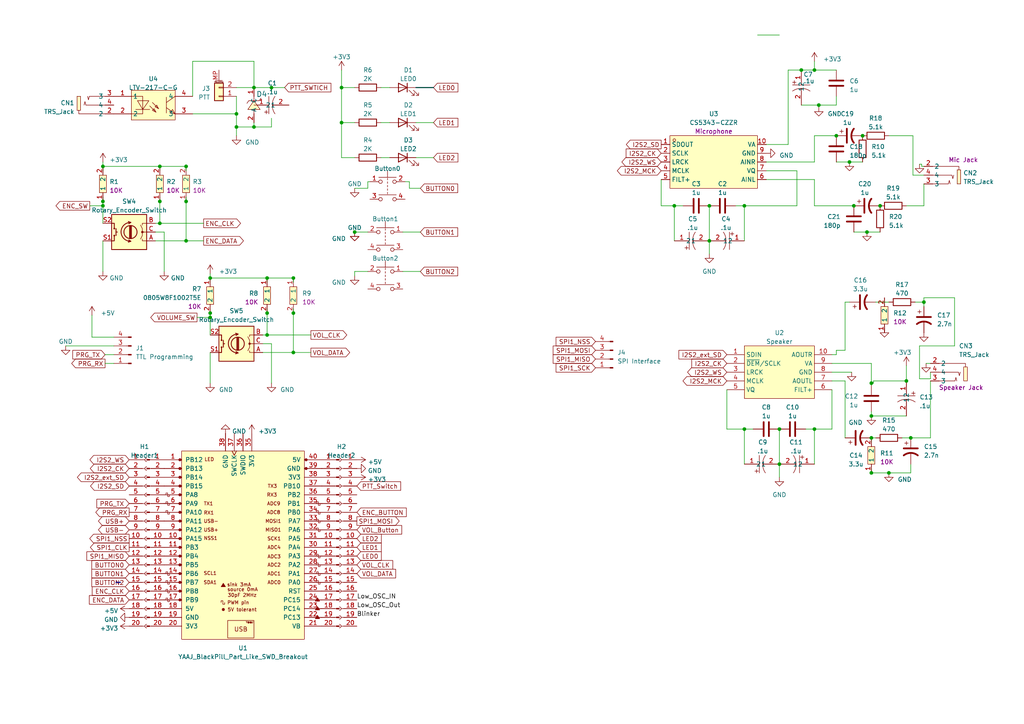
<source format=kicad_sch>
(kicad_sch (version 20230121) (generator eeschema)
  (paper "A4")
  (title_block (title "turning-pcb-knob-project") (date "2023-06-05") (rev "A") (company "KD9LSV"))
  (junction (at 252.73 127))
  (junction (at 53.975 48.26))
  (junction (at 226.06 134.62))
  (junction (at 46.355 58.42))
  (junction (at 250.19 39.37))
  (junction (at 60.96 90.805))
  (junction (at 60.96 80.645))
  (junction (at 237.49 30.48))
  (junction (at 85.09 90.805))
  (junction (at 46.355 48.26))
  (junction (at 251.46 67.31))
  (junction (at 85.09 80.645))
  (junction (at 255.27 59.69))
  (junction (at 77.47 80.645))
  (junction (at 46.355 64.77))
  (junction (at 53.975 69.85))
  (junction (at 246.38 46.99))
  (junction (at 252.73 120.65))
  (junction (at 53.975 58.42))
  (junction (at 102.87 67.31))
  (junction (at 262.89 110.49))
  (junction (at 236.22 124.46))
  (junction (at 29.845 58.42))
  (junction (at 68.58 33.02))
  (junction (at 242.57 39.37))
  (junction (at 85.09 102.235))
  (junction (at 60.96 92.075))
  (junction (at 215.9 59.69))
  (junction (at 215.9 124.46))
  (junction (at 68.58 36.83))
  (junction (at 257.81 137.16))
  (junction (at 78.74 25.4))
  (junction (at 236.22 20.32))
  (junction (at 29.845 59.69))
  (junction (at 205.74 59.69))
  (junction (at 252.73 137.16))
  (junction (at 77.47 97.155))
  (junction (at 252.73 111.125))
  (junction (at 73.66 36.83))
  (junction (at 73.66 25.4))
  (junction (at 232.41 20.32))
  (junction (at 205.74 69.85))
  (junction (at 99.06 25.4))
  (junction (at 99.06 35.56))
  (junction (at 226.06 124.46))
  (junction (at 264.16 127))
  (junction (at 195.58 59.69))
  (junction (at 267.97 87.63))
  (junction (at 247.65 59.69))
  (junction (at 29.845 48.26))
  (junction (at 77.47 90.805))
  (wire (pts (xy 191.77 59.69) (xy 195.58 59.69)))
  (wire (pts (xy 215.9 124.46) (xy 218.44 124.46)))
  (wire (pts (xy 252.73 120.65) (xy 252.73 119.38)))
  (wire (pts (xy 276.86 86.36) (xy 276.86 100.33)))
  (wire (pts (xy 60.96 97.155) (xy 60.96 92.075)))
  (wire (pts (xy 266.7 109.855) (xy 269.875 109.855)))
  (wire (pts (xy 46.355 64.77) (xy 59.055 64.77)))
  (wire (pts (xy 257.81 137.16) (xy 252.73 137.16)))
  (wire (pts (xy 252.73 120.65) (xy 262.89 120.65)))
  (wire (pts (xy 60.96 90.805) (xy 60.96 89.535)))
  (wire (pts (xy 85.09 90.805) (xy 85.09 102.235)))
  (wire (pts (xy 267.335 47.625) (xy 267.335 48.26)))
  (wire (pts (xy 264.16 134.62) (xy 264.16 137.16)))
  (wire (pts (xy 68.58 36.83) (xy 68.58 39.37)))
  (wire (pts (xy 264.795 39.37) (xy 264.795 50.8)))
  (wire (pts (xy 228.6 20.32) (xy 232.41 20.32)))
  (wire (pts (xy 106.68 54.61) (xy 102.87 54.61)))
  (wire (pts (xy 231.14 49.53) (xy 222.25 49.53)))
  (wire (pts (xy 99.06 35.56) (xy 102.87 35.56)))
  (wire (pts (xy 191.77 52.07) (xy 191.77 59.69)))
  (wire (pts (xy 60.96 79.375) (xy 60.96 80.645)))
  (wire (pts (xy 53.975 69.85) (xy 59.055 69.85)))
  (wire (pts (xy 252.73 105.41) (xy 252.73 111.125)))
  (wire (pts (xy 33.02 100.33) (xy 19.05 100.33)))
  (wire (pts (xy 76.2 99.695) (xy 78.74 99.695)))
  (wire (pts (xy 29.845 48.26) (xy 29.845 49.53)))
  (wire (pts (xy 236.22 134.62) (xy 236.22 124.46)))
  (wire (pts (xy 269.875 109.855) (xy 269.875 107.95)))
  (wire (pts (xy 78.74 99.695) (xy 78.74 111.125)))
  (wire (pts (xy 53.975 58.42) (xy 53.975 69.85)))
  (wire (pts (xy 215.9 134.62) (xy 215.9 124.46)))
  (wire (pts (xy 205.74 69.85) (xy 205.74 73.66)))
  (wire (pts (xy 236.22 20.32) (xy 242.57 20.32)))
  (bus (pts (xy 33.655 168.91) (xy 34.925 168.91)))
  (wire (pts (xy 195.58 59.69) (xy 198.12 59.69)))
  (wire (pts (xy 252.73 111.125) (xy 252.73 111.76)))
  (wire (pts (xy 106.68 52.705) (xy 107.315 52.705)))
  (wire (pts (xy 118.745 54.61) (xy 121.92 54.61)))
  (wire (pts (xy 195.58 69.85) (xy 195.58 59.69)))
  (wire (pts (xy 26.035 59.69) (xy 29.845 59.69)))
  (wire (pts (xy 110.49 25.4) (xy 113.03 25.4)))
  (wire (pts (xy 253.365 110.49) (xy 253.365 111.125)))
  (wire (pts (xy 268.605 105.41) (xy 269.875 105.41)))
  (wire (pts (xy 106.68 78.74) (xy 102.87 78.74)))
  (wire (pts (xy 99.06 35.56) (xy 99.06 25.4)))
  (wire (pts (xy 29.845 48.26) (xy 46.355 48.26)))
  (wire (pts (xy 46.355 57.15) (xy 46.355 58.42)))
  (wire (pts (xy 99.06 25.4) (xy 102.87 25.4)))
  (wire (pts (xy 205.74 59.69) (xy 205.74 69.85)))
  (wire (pts (xy 266.7 100.33) (xy 266.7 109.855)))
  (wire (pts (xy 77.47 97.155) (xy 76.2 97.155)))
  (wire (pts (xy 118.745 52.705) (xy 118.745 54.61)))
  (wire (pts (xy 242.57 101.6) (xy 242.57 102.87)))
  (wire (pts (xy 45.085 67.31) (xy 47.625 67.31)))
  (wire (pts (xy 241.3 110.49) (xy 245.11 110.49)))
  (wire (pts (xy 254 87.63) (xy 257.81 87.63)))
  (wire (pts (xy 77.47 89.535) (xy 77.47 90.805)))
  (wire (pts (xy 99.06 45.72) (xy 102.87 45.72)))
  (wire (pts (xy 257.81 39.37) (xy 264.795 39.37)))
  (wire (pts (xy 68.58 33.02) (xy 68.58 36.83)))
  (wire (pts (xy 116.84 67.31) (xy 121.92 67.31)))
  (wire (pts (xy 236.22 46.99) (xy 236.22 39.37)))
  (wire (pts (xy 120.65 25.4) (xy 125.73 25.4)))
  (wire (pts (xy 73.66 25.4) (xy 78.74 25.4)))
  (wire (pts (xy 241.3 113.03) (xy 241.3 124.46)))
  (wire (pts (xy 30.48 105.41) (xy 33.02 105.41)))
  (wire (pts (xy 47.625 67.31) (xy 47.625 78.74)))
  (wire (pts (xy 213.36 59.69) (xy 215.9 59.69)))
  (wire (pts (xy 251.46 67.31) (xy 247.65 67.31)))
  (wire (pts (xy 226.06 124.46) (xy 226.06 134.62)))
  (wire (pts (xy 120.65 35.56) (xy 125.73 35.56)))
  (wire (pts (xy 269.875 127) (xy 269.875 110.49)))
  (wire (pts (xy 117.475 52.705) (xy 118.745 52.705)))
  (wire (pts (xy 60.96 80.645) (xy 77.47 80.645)))
  (wire (pts (xy 53.975 48.26) (xy 53.975 49.53)))
  (wire (pts (xy 78.74 25.4) (xy 78.74 26.67)))
  (wire (pts (xy 46.355 58.42) (xy 46.355 64.77)))
  (wire (pts (xy 222.25 46.99) (xy 236.22 46.99)))
  (wire (pts (xy 267.97 88.9) (xy 267.97 87.63)))
  (wire (pts (xy 85.09 89.535) (xy 85.09 90.805)))
  (wire (pts (xy 236.22 39.37) (xy 242.57 39.37)))
  (wire (pts (xy 57.15 92.075) (xy 60.96 92.075)))
  (wire (pts (xy 236.22 124.46) (xy 241.3 124.46)))
  (wire (pts (xy 265.43 87.63) (xy 267.97 87.63)))
  (wire (pts (xy 226.06 134.62) (xy 226.06 138.43)))
  (wire (pts (xy 85.09 80.645) (xy 85.09 81.915)))
  (wire (pts (xy 241.3 102.87) (xy 242.57 102.87)))
  (wire (pts (xy 267.97 86.36) (xy 267.97 87.63)))
  (wire (pts (xy 116.84 78.74) (xy 121.92 78.74)))
  (wire (pts (xy 232.41 20.32) (xy 236.22 20.32)))
  (wire (pts (xy 262.89 59.69) (xy 267.97 59.69)))
  (wire (pts (xy 45.085 69.85) (xy 53.975 69.85)))
  (wire (pts (xy 26.67 97.79) (xy 26.67 91.44)))
  (wire (pts (xy 55.88 33.02) (xy 68.58 33.02)))
  (wire (pts (xy 246.38 46.99) (xy 242.57 46.99)))
  (wire (pts (xy 245.11 110.49) (xy 245.11 127)))
  (wire (pts (xy 60.96 102.235) (xy 60.96 111.125)))
  (wire (pts (xy 252.73 127) (xy 252.73 128.27)))
  (wire (pts (xy 77.47 80.645) (xy 85.09 80.645)))
  (wire (pts (xy 33.02 102.87) (xy 30.48 102.87)))
  (wire (pts (xy 210.82 124.46) (xy 215.9 124.46)))
  (wire (pts (xy 245.11 87.63) (xy 246.38 87.63)))
  (wire (pts (xy 77.47 90.805) (xy 77.47 97.155)))
  (wire (pts (xy 102.87 78.74) (xy 102.87 80.01)))
  (wire (pts (xy 232.41 30.48) (xy 237.49 30.48)))
  (wire (pts (xy 267.97 86.36) (xy 276.86 86.36)))
  (wire (pts (xy 77.47 97.155) (xy 90.17 97.155)))
  (wire (pts (xy 231.14 59.69) (xy 231.14 49.53)))
  (wire (pts (xy 73.66 17.78) (xy 73.66 25.4)))
  (wire (pts (xy 106.68 67.31) (xy 102.87 67.31)))
  (wire (pts (xy 267.335 48.26) (xy 267.97 48.26)))
  (wire (pts (xy 253.365 111.125) (xy 252.73 111.125)))
  (wire (pts (xy 55.88 17.78) (xy 55.88 27.94)))
  (wire (pts (xy 46.355 49.53) (xy 46.355 48.26)))
  (wire (pts (xy 276.86 100.33) (xy 266.7 100.33)))
  (wire (pts (xy 99.06 20.32) (xy 99.06 25.4)))
  (wire (pts (xy 237.49 31.115) (xy 237.49 30.48)))
  (wire (pts (xy 266.7 47.625) (xy 267.335 47.625)))
  (wire (pts (xy 267.97 59.69) (xy 267.97 53.34)))
  (wire (pts (xy 68.58 25.4) (xy 73.66 25.4)))
  (wire (pts (xy 261.62 127) (xy 264.16 127)))
  (wire (pts (xy 264.16 127) (xy 269.875 127)))
  (wire (pts (xy 73.66 36.83) (xy 78.74 36.83)))
  (wire (pts (xy 33.02 97.79) (xy 26.67 97.79)))
  (wire (pts (xy 73.66 36.83) (xy 68.58 36.83)))
  (wire (pts (xy 46.355 48.26) (xy 53.975 48.26)))
  (wire (pts (xy 262.89 106.045) (xy 262.89 110.49)))
  (wire (pts (xy 215.9 59.69) (xy 231.14 59.69)))
  (wire (pts (xy 73.66 17.78) (xy 55.88 17.78)))
  (wire (pts (xy 29.845 64.77) (xy 29.845 59.69)))
  (wire (pts (xy 85.09 102.235) (xy 90.17 102.235)))
  (wire (pts (xy 236.22 59.69) (xy 236.22 52.07)))
  (wire (pts (xy 77.47 81.915) (xy 77.47 80.645)))
  (wire (pts (xy 262.89 110.49) (xy 253.365 110.49)))
  (wire (pts (xy 29.845 58.42) (xy 29.845 57.15)))
  (wire (pts (xy 219.71 10.16) (xy 226.06 10.16)))
  (wire (pts (xy 237.49 30.48) (xy 242.57 30.48)))
  (wire (pts (xy 252.73 127) (xy 254 127)))
  (wire (pts (xy 241.3 105.41) (xy 252.73 105.41)))
  (wire (pts (xy 53.975 57.15) (xy 53.975 58.42)))
  (wire (pts (xy 78.74 34.29) (xy 78.74 36.83)))
  (wire (pts (xy 29.845 46.99) (xy 29.845 48.26)))
  (wire (pts (xy 255.27 67.31) (xy 251.46 67.31)))
  (wire (pts (xy 73.66 35.56) (xy 73.66 36.83)))
  (wire (pts (xy 99.06 35.56) (xy 99.06 45.72)))
  (bus (pts (xy 120.65 25.4) (xy 125.73 25.4)))
  (wire (pts (xy 264.795 50.8) (xy 267.97 50.8)))
  (wire (pts (xy 250.19 46.99) (xy 246.38 46.99)))
  (wire (pts (xy 228.6 20.32) (xy 228.6 41.91)))
  (wire (pts (xy 241.3 107.95) (xy 247.015 107.95)))
  (wire (pts (xy 242.57 101.6) (xy 245.11 101.6)))
  (wire (pts (xy 110.49 45.72) (xy 113.03 45.72)))
  (wire (pts (xy 210.82 113.03) (xy 210.82 124.46)))
  (wire (pts (xy 82.55 25.4) (xy 78.74 25.4)))
  (wire (pts (xy 60.96 92.075) (xy 60.96 90.805)))
  (wire (pts (xy 29.845 69.85) (xy 29.845 78.74)))
  (wire (pts (xy 222.25 52.07) (xy 236.22 52.07)))
  (wire (pts (xy 264.16 137.16) (xy 257.81 137.16)))
  (wire (pts (xy 215.9 69.85) (xy 215.9 59.69)))
  (wire (pts (xy 228.6 41.91) (xy 222.25 41.91)))
  (wire (pts (xy 125.73 45.72) (xy 120.65 45.72)))
  (wire (pts (xy 242.57 30.48) (xy 242.57 27.94)))
  (wire (pts (xy 76.2 102.235) (xy 85.09 102.235)))
  (wire (pts (xy 236.22 59.69) (xy 247.65 59.69)))
  (wire (pts (xy 245.11 101.6) (xy 245.11 87.63)))
  (wire (pts (xy 236.22 17.78) (xy 236.22 20.32)))
  (wire (pts (xy 236.22 124.46) (xy 233.68 124.46)))
  (wire (pts (xy 106.68 52.705) (xy 106.68 54.61)))
  (wire (pts (xy 60.96 80.645) (xy 60.96 81.915)))
  (wire (pts (xy 68.58 27.94) (xy 68.58 33.02)))
  (wire (pts (xy 46.355 64.77) (xy 45.085 64.77)))
  (wire (pts (xy 110.49 35.56) (xy 113.03 35.56)))
  (wire (pts (xy 29.845 59.69) (xy 29.845 58.42)))
  (wire (pts (xy 252.73 137.16) (xy 252.73 135.89)))
  (label "Low_OSC_IN" (at 103.505 173.99 0))
  (label "Low_OSC_Out" (at 103.505 176.53 0))
  (label "Blinker" (at 103.505 179.07 0))
  (global_label "SPI1_MISO" (shape input) (at 172.72 104.14 180) (property "Intersheetrefs" "${INTERSHEET_REFS}" (effects hide)))
  (global_label "PTT_SWTICH" (shape input) (at 82.55 25.4 0) (property "Intersheetrefs" "${INTERSHEET_REFS}" (effects hide)))
  (global_label "LED1" (shape input) (at 125.73 35.56 0) (property "Intersheetrefs" "${INTERSHEET_REFS}" (effects hide)))
  (global_label "I2S2_ext_SD" (shape input) (at 210.82 102.87 180) (property "Intersheetrefs" "${INTERSHEET_REFS}" (effects hide)))
  (global_label "LED2" (shape input) (at 103.505 156.21 0) (property "Intersheetrefs" "${INTERSHEET_REFS}" (effects hide)))
  (global_label "I2S2_WS" (shape bidirectional) (at 37.465 133.35 180) (property "Intersheetrefs" "${INTERSHEET_REFS}" (effects hide)))
  (global_label "SPI1_MISO" (shape input) (at 37.465 161.29 180) (property "Intersheetrefs" "${INTERSHEET_REFS}" (effects hide)))
  (global_label "ENC_DATA" (shape input) (at 37.465 173.99 180) (property "Intersheetrefs" "${INTERSHEET_REFS}" (effects hide)))
  (global_label "BUTTON0" (shape input) (at 121.92 54.61 0) (property "Intersheetrefs" "${INTERSHEET_REFS}" (effects hide)))
  (global_label "I2S2_SD" (shape bidirectional) (at 37.465 140.97 180) (property "Intersheetrefs" "${INTERSHEET_REFS}" (effects hide)))
  (global_label "I2S2_SD" (shape output) (at 191.77 41.91 180) (property "Intersheetrefs" "${INTERSHEET_REFS}" (effects hide)))
  (global_label "USB-" (shape bidirectional) (at 37.465 153.67 180) (property "Intersheetrefs" "${INTERSHEET_REFS}" (effects hide)))
  (global_label "PTT_Switch" (shape input) (at 103.505 140.97 0) (property "Intersheetrefs" "${INTERSHEET_REFS}" (effects hide)))
  (global_label "ENC_CLK" (shape output) (at 59.055 64.77 0) (property "Intersheetrefs" "${INTERSHEET_REFS}" (effects hide)))
  (global_label "BUTTON2" (shape input) (at 37.465 168.91 180) (property "Intersheetrefs" "${INTERSHEET_REFS}" (effects hide)))
  (global_label "VOL_CLK" (shape input) (at 103.505 163.83 0) (property "Intersheetrefs" "${INTERSHEET_REFS}" (effects hide)))
  (global_label "SPI1_NSS" (shape input) (at 172.72 99.06 180) (property "Intersheetrefs" "${INTERSHEET_REFS}" (effects hide)))
  (global_label "SPI1_CLK" (shape output) (at 37.465 158.75 180) (property "Intersheetrefs" "${INTERSHEET_REFS}" (effects hide)))
  (global_label "I2S2_CK" (shape input) (at 191.77 44.45 180) (property "Intersheetrefs" "${INTERSHEET_REFS}" (effects hide)))
  (global_label "LED0" (shape input) (at 125.73 25.4 0) (property "Intersheetrefs" "${INTERSHEET_REFS}" (effects hide)))
  (global_label "VOL_DATA" (shape output) (at 90.17 102.235 0) (property "Intersheetrefs" "${INTERSHEET_REFS}" (effects hide)))
  (global_label "ENC_BUTTON" (shape input) (at 103.505 148.59 0) (property "Intersheetrefs" "${INTERSHEET_REFS}" (effects hide)))
  (global_label "LED0" (shape input) (at 103.505 161.29 0) (property "Intersheetrefs" "${INTERSHEET_REFS}" (effects hide)))
  (global_label "VOLUME_SW" (shape output) (at 57.15 92.075 180) (property "Intersheetrefs" "${INTERSHEET_REFS}" (effects hide)))
  (global_label "I2S2_MCK" (shape bidirectional) (at 210.82 110.49 180) (property "Intersheetrefs" "${INTERSHEET_REFS}" (effects hide)))
  (global_label "I2S2_CK" (shape input) (at 210.82 105.41 180) (property "Intersheetrefs" "${INTERSHEET_REFS}" (effects hide)))
  (global_label "PRG_RX" (shape output) (at 37.465 148.59 180) (property "Intersheetrefs" "${INTERSHEET_REFS}" (effects hide)))
  (global_label "SPI1_SCK" (shape input) (at 172.72 106.68 180) (property "Intersheetrefs" "${INTERSHEET_REFS}" (effects hide)))
  (global_label "SPI1_NSS" (shape output) (at 37.465 156.21 180) (property "Intersheetrefs" "${INTERSHEET_REFS}" (effects hide)))
  (global_label "PRG_RX" (shape output) (at 30.48 105.41 180) (property "Intersheetrefs" "${INTERSHEET_REFS}" (effects hide)))
  (global_label "LED1" (shape input) (at 103.505 158.75 0) (property "Intersheetrefs" "${INTERSHEET_REFS}" (effects hide)))
  (global_label "USB+" (shape bidirectional) (at 37.465 151.13 180) (property "Intersheetrefs" "${INTERSHEET_REFS}" (effects hide)))
  (global_label "VOL_DATA" (shape input) (at 103.505 166.37 0) (property "Intersheetrefs" "${INTERSHEET_REFS}" (effects hide)))
  (global_label "ENC_CLK" (shape input) (at 37.465 171.45 180) (property "Intersheetrefs" "${INTERSHEET_REFS}" (effects hide)))
  (global_label "VOL_CLK" (shape output) (at 90.17 97.155 0) (property "Intersheetrefs" "${INTERSHEET_REFS}" (effects hide)))
  (global_label "I2S2_WS" (shape bidirectional) (at 191.77 46.99 180) (property "Intersheetrefs" "${INTERSHEET_REFS}" (effects hide)))
  (global_label "BUTTON2" (shape input) (at 121.92 78.74 0) (property "Intersheetrefs" "${INTERSHEET_REFS}" (effects hide)))
  (global_label "I2S2_WS" (shape bidirectional) (at 210.82 107.95 180) (property "Intersheetrefs" "${INTERSHEET_REFS}" (effects hide)))
  (global_label "ENC_DATA" (shape output) (at 59.055 69.85 0) (property "Intersheetrefs" "${INTERSHEET_REFS}" (effects hide)))
  (global_label "I2S2_MCK" (shape bidirectional) (at 191.77 49.53 180) (property "Intersheetrefs" "${INTERSHEET_REFS}" (effects hide)))
  (global_label "LED2" (shape input) (at 125.73 45.72 0) (property "Intersheetrefs" "${INTERSHEET_REFS}" (effects hide)))
  (global_label "BUTTON0" (shape input) (at 37.465 163.83 180) (property "Intersheetrefs" "${INTERSHEET_REFS}" (effects hide)))
  (global_label "SPI1_MOSI" (shape output) (at 103.505 151.13 0) (property "Intersheetrefs" "${INTERSHEET_REFS}" (effects hide)))
  (global_label "SPI1_MOSI" (shape input) (at 172.72 101.6 180) (property "Intersheetrefs" "${INTERSHEET_REFS}" (effects hide)))
  (global_label "VOL_Button" (shape input) (at 103.505 153.67 0) (property "Intersheetrefs" "${INTERSHEET_REFS}" (effects hide)))
  (global_label "PRG_TX" (shape input) (at 30.48 102.87 180) (property "Intersheetrefs" "${INTERSHEET_REFS}" (effects hide)))
  (global_label "BUTTON1" (shape input) (at 121.92 67.31 0) (property "Intersheetrefs" "${INTERSHEET_REFS}" (effects hide)))
  (global_label "ENC_SW" (shape output) (at 26.035 59.69 180) (property "Intersheetrefs" "${INTERSHEET_REFS}" (effects hide)))
  (global_label "I2S2_ext_SD" (shape bidirectional) (at 37.465 138.43 180) (property "Intersheetrefs" "${INTERSHEET_REFS}" (effects hide)))
  (global_label "BUTTON1" (shape input) (at 37.465 166.37 180) (property "Intersheetrefs" "${INTERSHEET_REFS}" (effects hide)))
  (global_label "I2S2_CK" (shape bidirectional) (at 37.465 135.89 180) (property "Intersheetrefs" "${INTERSHEET_REFS}" (effects hide)))
  (global_label "PRG_TX" (shape input) (at 37.465 146.05 180) (property "Intersheetrefs" "${INTERSHEET_REFS}" (effects hide)))
  (symbol (lib_id "easyeda2kicad:0805W8F1002T5E") (at 46.355 53.34 90) (unit 1)
    (property "Reference" "R2" (at 48.26 52.705 90) (effects (justify right)))
    (property "Value" "0805W8F1002T5E" (effects hide))
    (property "Footprint" "easyeda2kicad:R0805" (effects hide))
    (property "Datasheet" "https://lcsc.com/product-detail/Chip-Resistor-Surface-Mount-UniOhm_10KR-1002-1_C17414.html" (effects hide))
    (property "Manufacturer" "UNI-ROYAL(厚声)" (effects hide))
    (property "LCSC Part" "C17414" (effects hide))
    (property "JLC Part" "Basic Part" (effects hide))
    (property "Size" "10K" (at 48.26 55.245 90) (effects (justify right)))
  )
  (symbol (lib_id "easyeda2kicad:0805W8F1002T5E") (at 53.975 53.34 90) (unit 1)
    (property "Reference" "R3" (at 55.88 52.705 90) (effects (justify right)))
    (property "Value" "0805W8F1002T5E" (effects hide))
    (property "Footprint" "easyeda2kicad:R0805" (effects hide))
    (property "Datasheet" "https://lcsc.com/product-detail/Chip-Resistor-Surface-Mount-UniOhm_10KR-1002-1_C17414.html" (effects hide))
    (property "Manufacturer" "UNI-ROYAL(厚声)" (effects hide))
    (property "LCSC Part" "C17414" (effects hide))
    (property "JLC Part" "Basic Part" (effects hide))
    (property "Size" "10K" (at 55.88 55.245 90) (effects (justify right)))
  )
  (symbol (lib_id "easyeda2kicad:0805W8F1002T5E") (at 29.845 53.34 90) (unit 1)
    (property "Reference" "R1" (at 31.75 52.705 90) (effects (justify right)))
    (property "Value" "0805W8F1002T5E" (effects hide))
    (property "Footprint" "easyeda2kicad:R0805" (effects hide))
    (property "Datasheet" "https://lcsc.com/product-detail/Chip-Resistor-Surface-Mount-UniOhm_10KR-1002-1_C17414.html" (effects hide))
    (property "Manufacturer" "UNI-ROYAL(厚声)" (effects hide))
    (property "LCSC Part" "C17414" (effects hide))
    (property "JLC Part" "Basic Part" (effects hide))
    (property "Size" "10K" (at 31.75 55.245 90) (effects (justify right)))
  )
  (symbol (lib_id "knob_v1-rescue:Rotary_Encoder_Switch-Device") (at 37.465 67.31 180) (unit 1)
    (property "Reference" "SW4" (at 37.465 58.42 0))
    (property "Value" "Rotary_Encoder_Switch" (at 37.465 60.96 0))
    (property "Footprint" "Rotary_Encoder:RotaryEncoder_Alps_EC12E-Switch_Vertical_H20mm" (effects hide))
  )
  (symbol (lib_id "power:GND") (at 29.845 78.74 0) (unit 1)
    (property "Reference" "#PWR02" (effects hide))
    (property "Value" "GND" (at 31.75 80.645 0) (effects (justify left)))
  )
  (symbol (lib_id "power:GND") (at 47.625 78.74 0) (unit 1)
    (property "Reference" "#PWR04" (effects hide))
    (property "Value" "GND" (at 49.53 80.645 0) (effects (justify left)))
  )
  (symbol (lib_id "Switch:SW_Push_Dual") (at 112.395 52.705 0) (unit 1)
    (property "Reference" "SW1" (effects hide))
    (property "Value" "Button0" (at 112.395 48.895 0))
    (property "Footprint" "mine:SW_PUSH-12mm-corrected" (effects hide))
  )
  (symbol (lib_id "Switch:SW_Push_Dual") (at 111.76 67.31 0) (mirror y) (unit 1)
    (property "Reference" "SW2" (effects hide))
    (property "Value" "Button1" (at 111.76 63.5 0))
    (property "Footprint" "mine:SW_PUSH-12mm-corrected" (effects hide))
  )
  (symbol (lib_id "Switch:SW_Push_Dual") (at 111.76 78.74 0) (mirror y) (unit 1)
    (property "Reference" "SW3" (effects hide))
    (property "Value" "Button2" (at 111.76 74.93 0))
    (property "Footprint" "mine:SW_PUSH-12mm-corrected" (effects hide))
  )
  (symbol (lib_id "Device:LED") (at 116.84 45.72 0) (mirror y) (unit 1)
    (property "Reference" "D3" (at 118.4275 40.64 0))
    (property "Value" "LED2" (at 118.4275 43.18 0))
    (property "Footprint" "LED_THT:LED_D3.0mm" (effects hide))
  )
  (symbol (lib_id "Device:LED") (at 116.84 35.56 0) (mirror y) (unit 1)
    (property "Reference" "D2" (at 118.4275 30.48 0))
    (property "Value" "LED1" (at 118.4275 33.02 0))
    (property "Footprint" "LED_THT:LED_D3.0mm" (effects hide))
  )
  (symbol (lib_id "Device:LED") (at 116.84 25.4 0) (mirror y) (unit 1)
    (property "Reference" "D1" (at 118.4275 20.32 0))
    (property "Value" "LED0" (at 118.4275 22.86 0))
    (property "Footprint" "LED_THT:LED_D3.0mm" (effects hide))
  )
  (symbol (lib_id "Device:R") (at 106.68 45.72 90) (unit 1)
    (property "Reference" "R4" (at 106.68 40.64 90))
    (property "Value" "2K" (at 106.68 43.18 90))
    (property "Footprint" "Resistor_THT:R_Axial_DIN0207_L6.3mm_D2.5mm_P7.62mm_Horizontal" (effects hide))
  )
  (symbol (lib_id "Device:R") (at 106.68 35.56 90) (unit 1)
    (property "Reference" "R5" (at 106.68 30.48 90))
    (property "Value" "2K" (at 106.68 33.02 90))
    (property "Footprint" "Resistor_THT:R_Axial_DIN0207_L6.3mm_D2.5mm_P7.62mm_Horizontal" (effects hide))
  )
  (symbol (lib_id "Device:R") (at 106.68 25.4 90) (unit 1)
    (property "Reference" "R6" (at 106.68 20.32 90))
    (property "Value" "2K" (at 106.68 22.86 90))
    (property "Footprint" "Resistor_THT:R_Axial_DIN0207_L6.3mm_D2.5mm_P7.62mm_Horizontal" (effects hide))
  )
  (symbol (lib_id "knob_v1-rescue:+3.3V-power") (at 99.06 20.32 0) (unit 1)
    (property "Reference" "#PWR07" (effects hide))
    (property "Value" "+3.3V" (at 99.06 16.51 0))
  )
  (symbol (lib_id "knob_v1-rescue:Conn_01x04_Male-Connector") (at 38.1 102.87 180) (unit 1)
    (property "Reference" "J1" (at 39.37 100.965 0) (effects (justify right)))
    (property "Value" "TTL Programming" (at 39.37 103.505 0) (effects (justify right)))
    (property "Footprint" "Connector_PinHeader_2.54mm:PinHeader_1x04_P2.54mm_Vertical" (effects hide))
  )
  (symbol (lib_id "power:GND") (at 19.05 100.33 0) (unit 1)
    (property "Reference" "#PWR0105" (effects hide))
    (property "Value" "GND" (at 19.05 99.06 0))
  )
  (symbol (lib_id "power:+5V") (at 26.67 91.44 0) (unit 1)
    (property "Reference" "#PWR0106" (effects hide))
    (property "Value" "+5V" (at 29.21 90.805 0) (effects (justify left)))
  )
  (symbol (lib_id "Connector_Generic_MountingPin:Conn_01x02_MountingPin") (at 63.5 27.94 180) (unit 1)
    (property "Reference" "J3" (at 60.96 25.6794 0) (effects (justify left)))
    (property "Value" "PTT" (at 60.96 28.2194 0) (effects (justify left)))
    (property "Footprint" "Connector_PinHeader_2.54mm:PinHeader_1x02_P2.54mm_Horizontal" (effects hide))
  )
  (symbol (lib_id "power:GND") (at 68.58 39.37 0) (unit 1)
    (property "Reference" "#PWR0109" (effects hide))
    (property "Value" "GND" (at 71.12 41.275 0) (effects (justify left)))
  )
  (symbol (lib_id "easyeda2kicad:ZMM5V1_C707194") (at 73.66 30.48 270) (unit 1)
    (property "Reference" "D4" (at 74.295 27.305 90) (effects (font (size 1.524 1.524)) (justify left)))
    (property "Value" "ZMM5V1_C707194" (effects hide))
    (property "Footprint" "easyeda2kicad:LL-34_L3.5-W1.5-RD" (effects hide))
    (property "Datasheet" "https://lcsc.com/product-detail/Zener-Diodes_Slkor-SLKORMICRO-Elec-ZMM5V1_C707194.html" (effects hide))
    (property "Digi-Key_PN" "1N5231BFSCT-ND" (effects hide))
    (property "MPN" "1N5231BTR" (effects hide))
    (property "Category" "Discrete Semiconductor Products" (effects hide))
    (property "Family" "Diodes - Zener - Single" (effects hide))
    (property "DK_Datasheet_Link" "https://www.onsemi.com/pub/Collateral/1N5221B-D.PDF" (effects hide))
    (property "DK_Detail_Page" "/product-detail/en/on-semiconductor/1N5231BTR/1N5231BFSCT-ND/1532765" (effects hide))
    (property "Description" "DIODE ZENER 5.1V 500MW DO35" (effects hide))
    (property "Manufacturer" "Slkor(萨科微)" (effects hide))
    (property "Status" "Active" (effects hide))
    (property "LCSC Part" "C707194" (effects hide))
    (property "JLC Part" "Extended Part" (effects hide))
  )
  (symbol (lib_id "easyeda2kicad:VT1H0R1MB054000CE0") (at 78.74 30.48 90) (unit 1)
    (property "Reference" "C1" (at 78.994 24.13 90))
    (property "Value" ".1u" (at 78.994 26.67 90))
    (property "Footprint" "easyeda2kicad:CAP-SMD_BD4.0-L4.3-W4.3-FD" (effects hide))
    (property "Datasheet" "https://lcsc.com/product-detail/Others_Changzhou-Huawei-Elec-VT1H0R1MB054000CE0_C271438.html" (effects hide))
    (property "Manufacturer" "HUAWEI(华威集团)" (effects hide))
    (property "LCSC Part" "C271438" (effects hide))
    (property "JLC Part" "Extended Part" (effects hide))
  )
  (symbol (lib_id "knob_v1-rescue:+3.3V-power") (at 29.845 46.99 0) (unit 1)
    (property "Reference" "#PWR0110" (effects hide))
    (property "Value" "+3.3V" (at 31.75 46.355 0) (effects (justify left)))
  )
  (symbol (lib_id "knob_v1-rescue:Conn_01x04_Male-Connector") (at 177.8 104.14 180) (unit 1)
    (property "Reference" "J4" (at 179.07 102.235 0) (effects (justify right)))
    (property "Value" "SPI Interface" (at 179.07 104.775 0) (effects (justify right)))
    (property "Footprint" "Connector_PinHeader_2.54mm:PinHeader_1x04_P2.54mm_Vertical" (effects hide))
  )
  (symbol (lib_id "power:GND") (at 102.87 80.01 0) (mirror y) (unit 1)
    (property "Reference" "#PWR0111" (effects hide))
    (property "Value" "GND" (at 100.33 81.915 0) (effects (justify left)))
  )
  (symbol (lib_id "power:GND") (at 102.87 54.61 0) (mirror y) (unit 1)
    (property "Reference" "#PWR0115" (effects hide))
    (property "Value" "GND" (at 102.87 53.34 0))
  )
  (symbol (lib_id "power:GND") (at 102.87 67.31 0) (mirror y) (unit 1)
    (property "Reference" "#PWR0116" (effects hide))
    (property "Value" "GND" (at 102.87 66.04 0))
  )
  (symbol (lib_id "power:GND") (at 102.87 67.31 0) (mirror y) (unit 1)
    (property "Reference" "#PWR0101" (effects hide))
    (property "Value" "GND" (at 100.33 69.215 0) (effects (justify left)))
  )
  (symbol (lib_id "easyeda2kicad:0805W8F1002T5E") (at 256.54 91.44 90) (unit 1)
    (property "Reference" "R12" (at 259.08 90.805 90) (effects (justify right)))
    (property "Value" "0805W8F1002T5E" (effects hide))
    (property "Footprint" "easyeda2kicad:R0805" (effects hide))
    (property "Datasheet" "https://lcsc.com/product-detail/Chip-Resistor-Surface-Mount-UniOhm_10KR-1002-1_C17414.html" (effects hide))
    (property "Manufacturer" "UNI-ROYAL(厚声)" (effects hide))
    (property "LCSC Part" "C17414" (effects hide))
    (property "JLC Part" "Basic Part" (effects hide))
    (property "Size" "10K" (at 259.08 93.345 90) (effects (justify right)))
  )
  (symbol (lib_id "power:GND") (at 256.54 95.25 0) (unit 1)
    (property "Reference" "#PWR026" (effects hide))
    (property "Value" "GND" (effects hide))
  )
  (symbol (lib_id "power:GND") (at 226.06 138.43 0) (unit 1)
    (property "Reference" "#PWR021" (effects hide))
    (property "Value" "GND" (at 226.06 143.51 0))
  )
  (symbol (lib_id "easyeda2kicad:CS5343-CZZR") (at 207.01 46.99 0) (unit 1)
    (property "Reference" "U3" (at 207.01 33.02 0))
    (property "Value" "CS5343-CZZR" (at 207.01 35.56 0))
    (property "Footprint" "easyeda2kicad:TSSOP-10_L3.0-W3.0-P0.50-LS4.9-BL" (effects hide))
    (property "Datasheet" "https://lcsc.com/product-detail/Others_Cirrus-Logic_CS5343-CZZR_Cirrus-Logic-CS5343-CZZR_C323607.html" (effects hide))
    (property "Manufacturer" "Cirrus Logic(凌云)" (effects hide))
    (property "LCSC Part" "C323607" (effects hide))
    (property "JLC Part" "Extended Part" (effects hide))
    (property "Name" "Microphone" (at 207.01 38.1 0))
  )
  (symbol (lib_id "power:GND") (at 78.74 111.125 0) (unit 1)
    (property "Reference" "#PWR05" (effects hide))
    (property "Value" "GND" (at 81.28 113.03 0) (effects (justify left)))
  )
  (symbol (lib_id "Device:C_Polarized_US") (at 267.97 92.71 0) (unit 1)
    (property "Reference" "C17" (at 271.78 91.44 0) (effects (justify left)))
    (property "Value" "2.7n" (at 271.78 93.98 0) (effects (justify left)))
  )
  (symbol (lib_id "Device:C") (at 222.25 124.46 270) (unit 1)
    (property "Reference" "C8" (at 222.25 118.11 90))
    (property "Value" "1u" (at 222.25 120.65 90))
  )
  (symbol (lib_id "Device:R") (at 261.62 87.63 270) (unit 1)
    (property "Reference" "R17" (at 261.62 82.55 90))
    (property "Value" "470" (at 261.62 85.09 90))
  )
  (symbol (lib_id "Device:C_Polarized_US") (at 248.92 127 90) (unit 1)
    (property "Reference" "C14" (at 248.285 132.08 90))
    (property "Value" "3.3u" (at 248.285 134.62 90))
  )
  (symbol (lib_id "easyeda2kicad:0805W8F1002T5E") (at 252.73 132.08 90) (unit 1)
    (property "Reference" "R11" (at 255.27 131.445 90) (effects (justify right)))
    (property "Value" "0805W8F1002T5E" (effects hide))
    (property "Footprint" "easyeda2kicad:R0805" (effects hide))
    (property "Datasheet" "https://lcsc.com/product-detail/Chip-Resistor-Surface-Mount-UniOhm_10KR-1002-1_C17414.html" (effects hide))
    (property "Manufacturer" "UNI-ROYAL(厚声)" (effects hide))
    (property "LCSC Part" "C17414" (effects hide))
    (property "JLC Part" "Basic Part" (effects hide))
    (property "Size" "10K" (at 255.27 133.985 90) (effects (justify right)))
  )
  (symbol (lib_id "power:+3V3") (at 262.89 106.045 0) (unit 1)
    (property "Reference" "#PWR023" (effects hide))
    (property "Value" "+3V3" (at 259.08 102.235 0) (effects (justify left)))
  )
  (symbol (lib_id "power:GND") (at 246.38 46.99 0) (mirror y) (unit 1)
    (property "Reference" "#PWR030" (effects hide))
    (property "Value" "GND" (effects hide))
  )
  (symbol (lib_id "easyeda2kicad:0805W8F1002T5E") (at 77.47 85.725 270) (unit 1)
    (property "Reference" "R8" (at 74.93 85.09 90) (effects (justify right)))
    (property "Value" "0805W8F1002T5E" (effects hide))
    (property "Footprint" "easyeda2kicad:R0805" (effects hide))
    (property "Datasheet" "https://lcsc.com/product-detail/Chip-Resistor-Surface-Mount-UniOhm_10KR-1002-1_C17414.html" (effects hide))
    (property "Manufacturer" "UNI-ROYAL(厚声)" (effects hide))
    (property "LCSC Part" "C17414" (effects hide))
    (property "JLC Part" "Basic Part" (effects hide))
    (property "size" "10K" (effects hide))
    (property "Size" "10K" (at 74.93 87.63 90) (effects (justify right)))
  )
  (symbol (lib_id "Device:C") (at 252.73 115.57 0) (mirror x) (unit 1)
    (property "Reference" "C12" (at 248.92 114.935 0) (effects (justify right)))
    (property "Value" "1u" (at 248.92 117.475 0) (effects (justify right)))
  )
  (symbol (lib_id "Connector:Conn_01x20_Pin") (at 42.545 156.21 0) (unit 1) (in_bom no)
    (property "Reference" "J2" (effects hide))
    (property "Value" "Conn_01x20_Pin" (effects hide))
  )
  (symbol (lib_id "Device:C_Polarized_US") (at 246.38 39.37 90) (mirror x) (unit 1)
    (property "Reference" "C19" (at 245.745 33.02 90))
    (property "Value" "1u" (at 245.745 35.56 90))
  )
  (symbol (lib_id "Connector:Conn_01x20_Socket") (at 98.425 156.21 0) (mirror y) (unit 1)
    (property "Reference" "H2" (at 99.06 129.54 0))
    (property "Value" "Header2" (at 99.06 132.08 0))
    (property "Footprint" "Connector_PinHeader_2.54mm:PinHeader_1x20_P2.54mm_Vertical" (effects hide))
  )
  (symbol (lib_id "power:GND") (at 251.46 67.31 0) (mirror y) (unit 1)
    (property "Reference" "#PWR019" (effects hide))
    (property "Value" "GND" (effects hide))
  )
  (symbol (lib_id "easyeda2kicad:VT1H0R1MB054000CE0") (at 210.82 69.85 270) (unit 1)
    (property "Reference" "C4" (at 210.566 63.5 90))
    (property "Value" ".1u" (at 210.566 66.04 90))
    (property "Footprint" "easyeda2kicad:CAP-SMD_BD4.0-L4.3-W4.3-FD" (effects hide))
    (property "Datasheet" "https://lcsc.com/product-detail/Others_Changzhou-Huawei-Elec-VT1H0R1MB054000CE0_C271438.html" (effects hide))
    (property "Manufacturer" "HUAWEI(华威集团)" (effects hide))
    (property "LCSC Part" "C271438" (effects hide))
    (property "JLC Part" "Extended Part" (effects hide))
  )
  (symbol (lib_id "power:GND") (at 252.73 120.65 0) (unit 1)
    (property "Reference" "#PWR022" (effects hide))
    (property "Value" "GND" (at 250.19 122.555 0) (effects (justify right)))
  )
  (symbol (lib_id "power:GND") (at 237.49 31.115 0) (mirror y) (unit 1)
    (property "Reference" "#PWR020" (effects hide))
    (property "Value" "GND" (at 240.03 33.02 0) (effects (justify right)))
  )
  (symbol (lib_id "Device:C") (at 229.87 124.46 270) (unit 1)
    (property "Reference" "C10" (at 229.87 118.11 90))
    (property "Value" "1u" (at 229.87 120.65 90))
  )
  (symbol (lib_id "Connector:Conn_01x20_Socket") (at 42.545 156.21 0) (unit 1)
    (property "Reference" "H1" (at 41.91 129.54 0))
    (property "Value" "Header1" (at 41.91 132.08 0))
    (property "Footprint" "Connector_PinHeader_2.54mm:PinHeader_1x20_P2.54mm_Vertical" (effects hide))
  )
  (symbol (lib_id "easyeda2kicad:PJ-326_C2939156") (at 30.48 30.48 0) (mirror x) (unit 1)
    (property "Reference" "CN1" (at 21.59 29.845 0) (effects (justify right)))
    (property "Value" "TRS_Jack" (at 21.59 32.385 0) (effects (justify right)))
    (property "Footprint" "easyeda2kicad:AUDIO-SMD_HOOYA_PJ-326" (effects hide))
    (property "Manufacturer" "HOOYA(皓宇电子)" (effects hide))
    (property "LCSC Part" "C2939156" (effects hide))
    (property "JLC Part" "Extended Part" (effects hide))
  )
  (symbol (lib_id "power:+5V") (at 37.465 176.53 90) (unit 1)
    (property "Reference" "#PWR06" (effects hide))
    (property "Value" "+5V" (at 34.29 177.165 90) (effects (justify left)))
  )
  (symbol (lib_id "Device:C") (at 209.55 59.69 270) (unit 1)
    (property "Reference" "C2" (at 209.55 53.34 90))
    (property "Value" "1u" (at 209.55 55.88 90))
  )
  (symbol (lib_id "power:GND") (at 60.96 111.125 0) (unit 1)
    (property "Reference" "#PWR03" (effects hide))
    (property "Value" "GND" (at 63.5 113.03 0) (effects (justify left)))
  )
  (symbol (lib_id "knob_v1-rescue:Rotary_Encoder_Switch-Device") (at 68.58 99.695 180) (unit 1)
    (property "Reference" "SW5" (at 68.58 90.17 0))
    (property "Value" "Rotary_Encoder_Switch" (at 68.58 92.71 0))
    (property "Footprint" "Rotary_Encoder:RotaryEncoder_Alps_EC12E-Switch_Vertical_H20mm" (effects hide))
  )
  (symbol (lib_id "easyeda2kicad:CS4344-CZZ") (at 226.06 107.95 0) (unit 1)
    (property "Reference" "U2" (at 226.06 96.52 0))
    (property "Value" "Speaker" (at 226.06 99.06 0))
    (property "Footprint" "easyeda2kicad:TSSOP-10_L3.0-W3.0-P0.50-LS4.9-BL" (effects hide))
    (property "Datasheet" "https://lcsc.com/product-detail/Digital-To-Analog-Converters-DACs_Cirrus-Logic_CS4344-CZZ_CS4344-CZZ_C8952.html" (effects hide))
    (property "Manufacturer" "Cirrus Logic(凌云)" (effects hide))
    (property "LCSC Part" "C8952" (effects hide))
    (property "JLC Part" "Extended Part" (effects hide))
    (property "Name" "Speaker" (effects hide))
  )
  (symbol (lib_id "power:GND") (at 205.74 73.66 0) (unit 1)
    (property "Reference" "#PWR017" (effects hide))
    (property "Value" "GND" (at 205.74 78.74 0))
  )
  (symbol (lib_id "power:GND") (at 103.505 135.89 90) (unit 1)
    (property "Reference" "#PWR013" (effects hide))
    (property "Value" "GND" (at 106.68 136.525 90) (effects (justify right)))
  )
  (symbol (lib_id "easyeda2kicad:VT1H0R1MB054000CE0") (at 220.98 134.62 90) (unit 1)
    (property "Reference" "C9" (at 221.234 128.27 90))
    (property "Value" ".1u" (at 221.234 130.81 90))
    (property "Footprint" "easyeda2kicad:CAP-SMD_BD4.0-L4.3-W4.3-FD" (effects hide))
    (property "Datasheet" "https://lcsc.com/product-detail/Others_Changzhou-Huawei-Elec-VT1H0R1MB054000CE0_C271438.html" (effects hide))
    (property "Manufacturer" "HUAWEI(华威集团)" (effects hide))
    (property "LCSC Part" "C271438" (effects hide))
    (property "JLC Part" "Extended Part" (effects hide))
  )
  (symbol (lib_id "Device:R") (at 257.81 127 270) (unit 1)
    (property "Reference" "R15" (at 257.81 121.92 90))
    (property "Value" "470" (at 257.81 124.46 90))
  )
  (symbol (lib_id "Device:C") (at 201.93 59.69 270) (unit 1)
    (property "Reference" "C3" (at 201.93 53.34 90))
    (property "Value" "1u" (at 201.93 55.88 90))
  )
  (symbol (lib_id "YAAJ_BlackPill_Part_Like_SWD_Breakout:YAAJ_BlackPill_Part_Like_SWD_Breakout") (at 70.485 153.67 0) (unit 1) (in_bom no) (on_board no)
    (property "Reference" "U1" (at 70.485 187.96 0))
    (property "Value" "YAAJ_BlackPill_Part_Like_SWD_Breakout" (at 70.485 190.5 0))
  )
  (symbol (lib_id "power:GND") (at 267.97 96.52 0) (unit 1)
    (property "Reference" "#PWR027" (effects hide))
    (property "Value" "GND" (effects hide))
  )
  (symbol (lib_id "Device:C") (at 242.57 43.18 0) (mirror y) (unit 1)
    (property "Reference" "C18" (at 246.38 42.545 0) (effects (justify right)))
    (property "Value" "180p" (at 246.38 45.085 0) (effects (justify right)))
  )
  (symbol (lib_id "easyeda2kicad:0805W8F1002T5E") (at 85.09 85.725 270) (unit 1)
    (property "Reference" "R9" (at 87.63 85.09 90) (effects (justify left)))
    (property "Value" "0805W8F1002T5E" (effects hide))
    (property "Footprint" "easyeda2kicad:R0805" (effects hide))
    (property "Datasheet" "https://lcsc.com/product-detail/Chip-Resistor-Surface-Mount-UniOhm_10KR-1002-1_C17414.html" (effects hide))
    (property "Manufacturer" "UNI-ROYAL(厚声)" (effects hide))
    (property "LCSC Part" "C17414" (effects hide))
    (property "JLC Part" "Basic Part" (effects hide))
    (property "Size" "10K" (at 87.63 87.63 90) (effects (justify left)))
  )
  (symbol (lib_id "easyeda2kicad:VT1H0R1MB054000CE0") (at 231.14 134.62 270) (unit 1)
    (property "Reference" "C11" (at 230.886 128.27 90))
    (property "Value" ".1u" (at 230.886 130.81 90))
    (property "Footprint" "easyeda2kicad:CAP-SMD_BD4.0-L4.3-W4.3-FD" (effects hide))
    (property "Datasheet" "https://lcsc.com/product-detail/Others_Changzhou-Huawei-Elec-VT1H0R1MB054000CE0_C271438.html" (effects hide))
    (property "Manufacturer" "HUAWEI(华威集团)" (effects hide))
    (property "LCSC Part" "C271438" (effects hide))
    (property "JLC Part" "Extended Part" (effects hide))
  )
  (symbol (lib_id "Device:C") (at 247.65 63.5 0) (mirror y) (unit 1)
    (property "Reference" "C21" (at 243.84 62.865 0) (effects (justify left)))
    (property "Value" "180p" (at 243.84 65.405 0) (effects (justify left)))
  )
  (symbol (lib_id "Device:C_Polarized_US") (at 251.46 59.69 90) (mirror x) (unit 1)
    (property "Reference" "C20" (at 250.825 53.34 90))
    (property "Value" "1u" (at 250.825 55.88 90))
  )
  (symbol (lib_id "Device:C") (at 242.57 24.13 180) (unit 1)
    (property "Reference" "C6" (at 246.38 23.495 0) (effects (justify right)))
    (property "Value" "1u" (at 246.38 26.035 0) (effects (justify right)))
  )
  (symbol (lib_id "easyeda2kicad:VT1H0R1MB054000CE0") (at 262.89 115.57 0) (mirror y) (unit 1)
    (property "Reference" "C13" (at 266.7 115.189 0) (effects (justify right)))
    (property "Value" ".1u" (at 266.7 117.729 0) (effects (justify right)))
    (property "Footprint" "easyeda2kicad:CAP-SMD_BD4.0-L4.3-W4.3-FD" (effects hide))
    (property "Datasheet" "https://lcsc.com/product-detail/Others_Changzhou-Huawei-Elec-VT1H0R1MB054000CE0_C271438.html" (effects hide))
    (property "Manufacturer" "HUAWEI(华威集团)" (effects hide))
    (property "LCSC Part" "C271438" (effects hide))
    (property "JLC Part" "Extended Part" (effects hide))
  )
  (symbol (lib_id "easyeda2kicad:VT1H0R1MB054000CE0") (at 200.66 69.85 90) (unit 1)
    (property "Reference" "C5" (at 200.914 63.5 90))
    (property "Value" ".1u" (at 200.914 66.04 90))
    (property "Footprint" "easyeda2kicad:CAP-SMD_BD4.0-L4.3-W4.3-FD" (effects hide))
    (property "Datasheet" "https://lcsc.com/product-detail/Others_Changzhou-Huawei-Elec-VT1H0R1MB054000CE0_C271438.html" (effects hide))
    (property "Manufacturer" "HUAWEI(华威集团)" (effects hide))
    (property "LCSC Part" "C271438" (effects hide))
    (property "JLC Part" "Extended Part" (effects hide))
  )
  (symbol (lib_id "power:+5V") (at 103.505 133.35 270) (unit 1)
    (property "Reference" "#PWR012" (effects hide))
    (property "Value" "+5V" (at 106.68 133.985 90) (effects (justify left)))
  )
  (symbol (lib_id "power:GND") (at 65.405 125.73 180) (unit 1)
    (property "Reference" "#PWR010" (effects hide))
    (property "Value" "GND" (at 67.31 125.095 0) (effects (justify right)))
  )
  (symbol (lib_id "power:+3V3") (at 73.025 125.73 0) (unit 1)
    (property "Reference" "#PWR011" (effects hide))
    (property "Value" "+3V3" (at 74.93 125.095 0) (effects (justify left)))
  )
  (symbol (lib_id "power:GND") (at 37.465 179.07 270) (unit 1)
    (property "Reference" "#PWR08" (effects hide))
    (property "Value" "GND" (at 34.29 179.705 90) (effects (justify right)))
  )
  (symbol (lib_id "Device:R") (at 255.27 63.5 0) (mirror y) (unit 1)
    (property "Reference" "R20" (at 257.81 62.865 0) (effects (justify right)))
    (property "Value" "5.1k" (at 257.81 65.405 0) (effects (justify right)))
  )
  (symbol (lib_id "Device:C_Polarized_US") (at 264.16 130.81 0) (unit 1)
    (property "Reference" "C15" (at 267.97 129.54 0) (effects (justify left)))
    (property "Value" "2.7n" (at 267.97 132.08 0) (effects (justify left)))
  )
  (symbol (lib_id "power:GND") (at 268.605 105.41 0) (unit 1)
    (property "Reference" "#PWR029" (effects hide))
    (property "Value" "GND" (effects hide))
  )
  (symbol (lib_id "power:+3V3") (at 103.505 138.43 270) (unit 1)
    (property "Reference" "#PWR014" (effects hide))
    (property "Value" "+3V3" (at 106.68 139.065 90) (effects (justify left)))
  )
  (symbol (lib_id "Device:R") (at 250.19 43.18 0) (mirror y) (unit 1)
    (property "Reference" "R10" (at 252.73 42.545 0) (effects (justify right)))
    (property "Value" "5.1k" (at 252.73 45.085 0) (effects (justify right)))
  )
  (symbol (lib_id "easyeda2kicad:PJ-326_C2939156") (at 270.51 50.8 0) (mirror y) (unit 1)
    (property "Reference" "CN2" (at 279.4 50.165 0) (effects (justify right)))
    (property "Value" "TRS_Jack" (at 279.4 52.705 0) (effects (justify right)))
    (property "Footprint" "easyeda2kicad:AUDIO-SMD_HOOYA_PJ-326" (effects hide))
    (property "Manufacturer" "HOOYA(皓宇电子)" (effects hide))
    (property "LCSC Part" "C2939156" (effects hide))
    (property "JLC Part" "Extended Part" (effects hide))
    (property "Name" "Mic Jack" (at 279.4 46.355 0))
  )
  (symbol (lib_id "easyeda2kicad:VT1H0R1MB054000CE0") (at 232.41 25.4 0) (unit 1)
    (property "Reference" "C7" (at 233.045 21.59 0) (effects (justify left)))
    (property "Value" ".1u" (at 233.045 23.495 0) (effects (justify left)))
    (property "Footprint" "easyeda2kicad:CAP-SMD_BD4.0-L4.3-W4.3-FD" (effects hide))
    (property "Datasheet" "https://lcsc.com/product-detail/Others_Changzhou-Huawei-Elec-VT1H0R1MB054000CE0_C271438.html" (effects hide))
    (property "Manufacturer" "HUAWEI(华威集团)" (effects hide))
    (property "LCSC Part" "C271438" (effects hide))
    (property "JLC Part" "Extended Part" (effects hide))
  )
  (symbol (lib_id "Device:C_Polarized_US") (at 250.19 87.63 90) (unit 1)
    (property "Reference" "C16" (at 249.555 81.28 90))
    (property "Value" "3.3u" (at 249.555 83.82 90))
  )
  (symbol (lib_id "power:GND") (at 266.7 47.625 0) (unit 1)
    (property "Reference" "#PWR031" (effects hide))
    (property "Value" "GND" (effects hide))
  )
  (symbol (lib_id "Device:R") (at 259.08 59.69 270) (mirror x) (unit 1)
    (property "Reference" "R19" (at 259.08 54.61 90))
    (property "Value" "5.1k" (at 259.08 57.15 90))
  )
  (symbol (lib_id "knob_v1-rescue:+3.3V-power") (at 60.96 79.375 0) (unit 1)
    (property "Reference" "#PWR01" (effects hide))
    (property "Value" "+3.3V" (at 63.5 78.74 0) (effects (justify left)))
  )
  (symbol (lib_id "easyeda2kicad:LTV-217-C-G") (at 45.72 30.48 0) (unit 1)
    (property "Reference" "U4" (at 44.45 22.86 0))
    (property "Value" "LTV-217-C-G" (at 44.45 25.4 0))
    (property "Footprint" "easyeda2kicad:SMD-4_L2.7-W4.4-P1.27-LS7.0-BL" (effects hide))
    (property "Datasheet" "https://lcsc.com/product-detail/SMD-Optocouplers_LTV-217-C-G_C123196.html" (effects hide))
    (property "Manufacturer" "LITEON(光宝)" (effects hide))
    (property "LCSC Part" "C123196" (effects hide))
    (property "JLC Part" "Extended Part" (effects hide))
  )
  (symbol (lib_id "power:+3V3") (at 236.22 17.78 0) (unit 1)
    (property "Reference" "#PWR015" (effects hide))
    (property "Value" "+3V3" (at 238.76 17.145 0) (effects (justify left)))
  )
  (symbol (lib_id "easyeda2kicad:0805W8F1002T5E") (at 60.96 85.725 270) (unit 1)
    (property "Reference" "R7" (at 58.42 83.82 90) (effects (justify right)))
    (property "Value" "0805W8F1002T5E" (at 58.42 86.36 90) (effects (justify right)))
    (property "Footprint" "easyeda2kicad:R0805" (effects hide))
    (property "Datasheet" "https://lcsc.com/product-detail/Chip-Resistor-Surface-Mount-UniOhm_10KR-1002-1_C17414.html" (effects hide))
    (property "Manufacturer" "UNI-ROYAL(厚声)" (effects hide))
    (property "LCSC Part" "C17414" (effects hide))
    (property "JLC Part" "Basic Part" (effects hide))
    (property "Size" "10K" (at 58.42 88.9 90) (effects (justify right)))
  )
  (symbol (lib_id "power:GND") (at 247.015 107.95 0) (unit 1)
    (property "Reference" "#PWR016" (effects hide))
    (property "Value" "GND" (effects hide))
  )
  (symbol (lib_id "power:GND") (at 222.25 44.45 90) (unit 1)
    (property "Reference" "#PWR018" (effects hide))
    (property "Value" "GND" (at 226.06 45.085 90) (effects (justify right)))
  )
  (symbol (lib_id "Connector:Conn_01x20_Pin") (at 98.425 156.21 0) (mirror y) (unit 1)
    (property "Reference" "J5" (effects hide))
    (property "Value" "Conn_01x20_Pin" (effects hide))
  )
  (symbol (lib_id "power:GND") (at 257.81 137.16 0) (unit 1)
    (property "Reference" "#PWR028" (effects hide))
    (property "Value" "GND" (at 260.35 139.065 0) (effects (justify left)))
  )
  (symbol (lib_id "Device:R") (at 254 39.37 270) (mirror x) (unit 1)
    (property "Reference" "R18" (at 254 34.29 90))
    (property "Value" "5.1k" (at 254 36.83 90))
  )
  (symbol (lib_id "easyeda2kicad:PJ-326_C2939156") (at 272.415 107.95 0) (mirror y) (unit 1)
    (property "Reference" "CN3" (at 278.13 100.33 0) (effects (justify right)))
    (property "Value" "TRS_Jack" (at 278.13 102.87 0) (effects (justify right)))
    (property "Footprint" "easyeda2kicad:AUDIO-SMD_HOOYA_PJ-326" (effects hide))
    (property "Manufacturer" "HOOYA(皓宇电子)" (effects hide))
    (property "LCSC Part" "C2939156" (effects hide))
    (property "JLC Part" "Extended Part" (effects hide))
    (property "Name" "Speaker Jack" (at 278.765 112.395 0))
  )
  (symbol (lib_id "power:+3V3") (at 37.465 181.61 90) (unit 1)
    (property "Reference" "#PWR09" (effects hide))
    (property "Value" "+3V3" (at 34.29 182.245 90) (effects (justify left)))
  )
)
</source>
